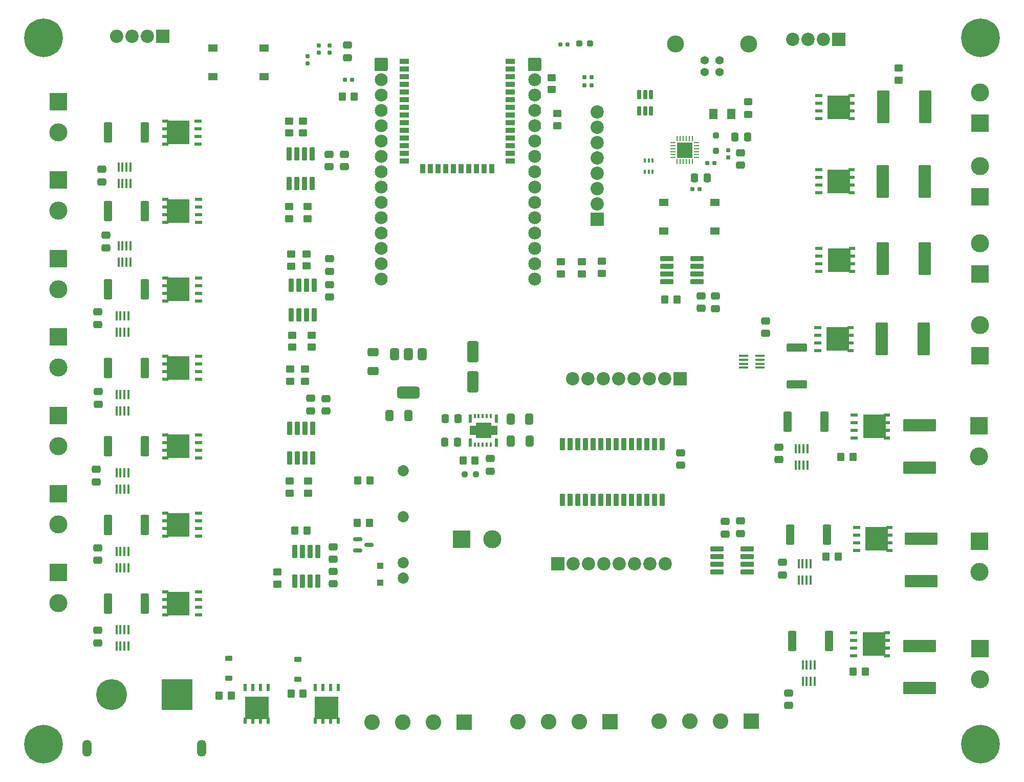
<source format=gbr>
%TF.GenerationSoftware,KiCad,Pcbnew,8.0.1*%
%TF.CreationDate,2026-02-13T23:09:19+01:00*%
%TF.ProjectId,PowerBox2.2 KICAD,506f7765-7242-46f7-9832-2e32204b4943,rev?*%
%TF.SameCoordinates,Original*%
%TF.FileFunction,Soldermask,Top*%
%TF.FilePolarity,Negative*%
%FSLAX46Y46*%
G04 Gerber Fmt 4.6, Leading zero omitted, Abs format (unit mm)*
G04 Created by KiCad (PCBNEW 8.0.1) date 2026-02-13 23:09:19*
%MOMM*%
%LPD*%
G01*
G04 APERTURE LIST*
G04 Aperture macros list*
%AMRoundRect*
0 Rectangle with rounded corners*
0 $1 Rounding radius*
0 $2 $3 $4 $5 $6 $7 $8 $9 X,Y pos of 4 corners*
0 Add a 4 corners polygon primitive as box body*
4,1,4,$2,$3,$4,$5,$6,$7,$8,$9,$2,$3,0*
0 Add four circle primitives for the rounded corners*
1,1,$1+$1,$2,$3*
1,1,$1+$1,$4,$5*
1,1,$1+$1,$6,$7*
1,1,$1+$1,$8,$9*
0 Add four rect primitives between the rounded corners*
20,1,$1+$1,$2,$3,$4,$5,0*
20,1,$1+$1,$4,$5,$6,$7,0*
20,1,$1+$1,$6,$7,$8,$9,0*
20,1,$1+$1,$8,$9,$2,$3,0*%
%AMFreePoly0*
4,1,13,0.750000,1.250000,1.250000,1.250000,1.250000,-1.250000,0.750000,-1.250000,0.750000,-2.300000,-0.750000,-2.300000,-0.750000,-1.250000,-1.250000,-1.250000,-1.250000,1.250000,-0.750000,1.250000,-0.750000,2.300000,0.750000,2.300000,0.750000,1.250000,0.750000,1.250000,$1*%
G04 Aperture macros list end*
%ADD10R,0.610000X1.270000*%
%ADD11R,3.910000X3.810000*%
%ADD12R,0.610000X1.020000*%
%ADD13RoundRect,0.100000X-0.100000X0.225000X-0.100000X-0.225000X0.100000X-0.225000X0.100000X0.225000X0*%
%ADD14RoundRect,0.249999X-0.450001X-1.425001X0.450001X-1.425001X0.450001X1.425001X-0.450001X1.425001X0*%
%ADD15RoundRect,0.162500X-0.162500X0.617500X-0.162500X-0.617500X0.162500X-0.617500X0.162500X0.617500X0*%
%ADD16RoundRect,0.250000X-0.450000X0.350000X-0.450000X-0.350000X0.450000X-0.350000X0.450000X0.350000X0*%
%ADD17R,3.000000X3.000000*%
%ADD18C,3.000000*%
%ADD19RoundRect,0.250000X0.350000X0.450000X-0.350000X0.450000X-0.350000X-0.450000X0.350000X-0.450000X0*%
%ADD20RoundRect,0.250000X0.450000X-0.350000X0.450000X0.350000X-0.450000X0.350000X-0.450000X-0.350000X0*%
%ADD21RoundRect,0.225000X-0.375000X0.225000X-0.375000X-0.225000X0.375000X-0.225000X0.375000X0.225000X0*%
%ADD22RoundRect,0.160000X-0.197500X-0.160000X0.197500X-0.160000X0.197500X0.160000X-0.197500X0.160000X0*%
%ADD23RoundRect,0.155000X-0.155000X0.212500X-0.155000X-0.212500X0.155000X-0.212500X0.155000X0.212500X0*%
%ADD24RoundRect,0.100000X-0.100000X0.680000X-0.100000X-0.680000X0.100000X-0.680000X0.100000X0.680000X0*%
%ADD25C,0.800000*%
%ADD26C,6.400000*%
%ADD27RoundRect,0.250001X-2.474999X0.799999X-2.474999X-0.799999X2.474999X-0.799999X2.474999X0.799999X0*%
%ADD28C,5.120000*%
%ADD29RoundRect,0.102000X-2.458000X-2.458000X2.458000X-2.458000X2.458000X2.458000X-2.458000X2.458000X0*%
%ADD30O,1.504000X2.804000*%
%ADD31R,2.200000X2.200000*%
%ADD32C,2.200000*%
%ADD33RoundRect,0.155000X0.155000X-0.212500X0.155000X0.212500X-0.155000X0.212500X-0.155000X-0.212500X0*%
%ADD34RoundRect,0.050000X-0.200000X0.650000X-0.200000X-0.650000X0.200000X-0.650000X0.200000X0.650000X0*%
%ADD35RoundRect,0.050050X-0.124950X0.299950X-0.124950X-0.299950X0.124950X-0.299950X0.124950X0.299950X0*%
%ADD36C,0.500000*%
%ADD37FreePoly0,270.000000*%
%ADD38RoundRect,0.250000X0.300000X-0.300000X0.300000X0.300000X-0.300000X0.300000X-0.300000X-0.300000X0*%
%ADD39RoundRect,0.250000X-0.412500X-0.650000X0.412500X-0.650000X0.412500X0.650000X-0.412500X0.650000X0*%
%ADD40RoundRect,0.056280X-0.345720X1.030720X-0.345720X-1.030720X0.345720X-1.030720X0.345720X1.030720X0*%
%ADD41RoundRect,0.250000X-0.475000X0.337500X-0.475000X-0.337500X0.475000X-0.337500X0.475000X0.337500X0*%
%ADD42RoundRect,0.250000X-0.650000X1.500000X-0.650000X-1.500000X0.650000X-1.500000X0.650000X1.500000X0*%
%ADD43RoundRect,0.160000X0.197500X0.160000X-0.197500X0.160000X-0.197500X-0.160000X0.197500X-0.160000X0*%
%ADD44R,1.270000X0.610000*%
%ADD45R,3.810000X3.910000*%
%ADD46R,1.020000X0.610000*%
%ADD47RoundRect,0.250000X0.475000X-0.337500X0.475000X0.337500X-0.475000X0.337500X-0.475000X-0.337500X0*%
%ADD48RoundRect,0.250000X-0.350000X-0.450000X0.350000X-0.450000X0.350000X0.450000X-0.350000X0.450000X0*%
%ADD49RoundRect,0.056280X-1.030720X-0.345720X1.030720X-0.345720X1.030720X0.345720X-1.030720X0.345720X0*%
%ADD50RoundRect,0.250000X-0.650000X0.412500X-0.650000X-0.412500X0.650000X-0.412500X0.650000X0.412500X0*%
%ADD51RoundRect,0.250001X0.799999X2.474999X-0.799999X2.474999X-0.799999X-2.474999X0.799999X-2.474999X0*%
%ADD52R,1.550000X1.300000*%
%ADD53RoundRect,0.249999X0.450001X1.425001X-0.450001X1.425001X-0.450001X-1.425001X0.450001X-1.425001X0*%
%ADD54RoundRect,0.250000X0.337500X0.475000X-0.337500X0.475000X-0.337500X-0.475000X0.337500X-0.475000X0*%
%ADD55RoundRect,0.375000X-0.375000X0.625000X-0.375000X-0.625000X0.375000X-0.625000X0.375000X0.625000X0*%
%ADD56RoundRect,0.500000X-1.400000X0.500000X-1.400000X-0.500000X1.400000X-0.500000X1.400000X0.500000X0*%
%ADD57C,1.422400*%
%ADD58C,2.819400*%
%ADD59RoundRect,0.155000X-0.212500X-0.155000X0.212500X-0.155000X0.212500X0.155000X-0.212500X0.155000X0*%
%ADD60RoundRect,0.160000X-0.160000X0.197500X-0.160000X-0.197500X0.160000X-0.197500X0.160000X0.197500X0*%
%ADD61RoundRect,0.062500X0.062500X-0.350000X0.062500X0.350000X-0.062500X0.350000X-0.062500X-0.350000X0*%
%ADD62RoundRect,0.062500X0.350000X-0.062500X0.350000X0.062500X-0.350000X0.062500X-0.350000X-0.062500X0*%
%ADD63R,2.600000X2.600000*%
%ADD64RoundRect,0.102000X-0.965000X-0.965000X0.965000X-0.965000X0.965000X0.965000X-0.965000X0.965000X0*%
%ADD65C,2.134000*%
%ADD66RoundRect,0.120600X-0.281400X0.936400X-0.281400X-0.936400X0.281400X-0.936400X0.281400X0.936400X0*%
%ADD67RoundRect,0.250000X-0.337500X-0.475000X0.337500X-0.475000X0.337500X0.475000X-0.337500X0.475000X0*%
%ADD68RoundRect,0.249999X-1.425001X0.450001X-1.425001X-0.450001X1.425001X-0.450001X1.425001X0.450001X0*%
%ADD69C,2.600000*%
%ADD70RoundRect,0.250000X0.250000X-0.250000X0.250000X0.250000X-0.250000X0.250000X-0.250000X-0.250000X0*%
%ADD71RoundRect,0.250000X0.412500X0.650000X-0.412500X0.650000X-0.412500X-0.650000X0.412500X-0.650000X0*%
%ADD72RoundRect,0.237500X0.287500X0.237500X-0.287500X0.237500X-0.287500X-0.237500X0.287500X-0.237500X0*%
%ADD73RoundRect,0.250001X0.462499X0.624999X-0.462499X0.624999X-0.462499X-0.624999X0.462499X-0.624999X0*%
%ADD74RoundRect,0.237500X0.250000X0.237500X-0.250000X0.237500X-0.250000X-0.237500X0.250000X-0.237500X0*%
%ADD75RoundRect,0.250000X-0.450000X0.325000X-0.450000X-0.325000X0.450000X-0.325000X0.450000X0.325000X0*%
%ADD76RoundRect,0.100000X0.680000X0.100000X-0.680000X0.100000X-0.680000X-0.100000X0.680000X-0.100000X0*%
%ADD77C,1.854000*%
%ADD78R,1.500000X0.900000*%
%ADD79R,0.900000X1.500000*%
%ADD80RoundRect,0.150000X-0.587500X-0.150000X0.587500X-0.150000X0.587500X0.150000X-0.587500X0.150000X0*%
G04 APERTURE END LIST*
D10*
%TO.C,Q15*%
X125710000Y-154635000D03*
X124440000Y-154635000D03*
X123170000Y-154635000D03*
X121900000Y-154635000D03*
D11*
X123805000Y-157995000D03*
D12*
X125710000Y-160100000D03*
X124440000Y-160100000D03*
X123170000Y-160100000D03*
X121900000Y-160100000D03*
%TD*%
D10*
%TO.C,Q3*%
X114170000Y-154625000D03*
X112900000Y-154625000D03*
X111630000Y-154625000D03*
X110360000Y-154625000D03*
D11*
X112265000Y-157985000D03*
D12*
X114170000Y-160090000D03*
X112900000Y-160090000D03*
X111630000Y-160090000D03*
X110360000Y-160090000D03*
%TD*%
D13*
%TO.C,Q14*%
X177750000Y-67312500D03*
X177100000Y-67312500D03*
X176450000Y-67312500D03*
X176450000Y-69212500D03*
X177100000Y-69212500D03*
X177750000Y-69212500D03*
%TD*%
D14*
%TO.C,R8*%
X87600000Y-75695000D03*
X93700000Y-75695000D03*
%TD*%
D15*
%TO.C,U13*%
X177450000Y-56412500D03*
X176500000Y-56412500D03*
X175550000Y-56412500D03*
X175550000Y-59112500D03*
X176500000Y-59112500D03*
X177450000Y-59112500D03*
%TD*%
D14*
%TO.C,R14*%
X87600000Y-101695000D03*
X93700000Y-101695000D03*
%TD*%
D16*
%TO.C,R53*%
X117979000Y-82816000D03*
X117979000Y-84816000D03*
%TD*%
D17*
%TO.C,J12*%
X79400000Y-96560000D03*
D18*
X79400000Y-101640000D03*
%TD*%
D16*
%TO.C,R61*%
X115650000Y-135500000D03*
X115650000Y-137500000D03*
%TD*%
D19*
%TO.C,R12*%
X212900000Y-152000000D03*
X210900000Y-152000000D03*
%TD*%
D20*
%TO.C,R41*%
X117614000Y-62800000D03*
X117614000Y-60800000D03*
%TD*%
D21*
%TO.C,D2*%
X107600000Y-149800000D03*
X107600000Y-153100000D03*
%TD*%
D14*
%TO.C,R16*%
X200476000Y-129301000D03*
X206576000Y-129301000D03*
%TD*%
D22*
%TO.C,R37*%
X162452500Y-48100000D03*
X163647500Y-48100000D03*
%TD*%
D16*
%TO.C,R11*%
X162600000Y-84100000D03*
X162600000Y-86100000D03*
%TD*%
%TO.C,R52*%
X120519000Y-82800000D03*
X120519000Y-84800000D03*
%TD*%
D23*
%TO.C,C50*%
X124300000Y-48315000D03*
X124300000Y-49450000D03*
%TD*%
D24*
%TO.C,U10*%
X91010000Y-132095000D03*
X90360000Y-132095000D03*
X89700000Y-132095000D03*
X89050000Y-132095000D03*
X89050000Y-134795000D03*
X89700000Y-134795000D03*
X90360000Y-134795000D03*
X91010000Y-134795000D03*
%TD*%
D25*
%TO.C,H6*%
X229600000Y-47000000D03*
X230302944Y-45302944D03*
X230302944Y-48697056D03*
X232000000Y-44600000D03*
D26*
X232000000Y-47000000D03*
D25*
X232000000Y-49400000D03*
X233697056Y-45302944D03*
X233697056Y-48697056D03*
X234400000Y-47000000D03*
%TD*%
D17*
%TO.C,J7*%
X231900000Y-99700000D03*
D18*
X231900000Y-94620000D03*
%TD*%
D16*
%TO.C,R46*%
X120240000Y-101900000D03*
X120240000Y-103900000D03*
%TD*%
D27*
%TO.C,F1*%
X221900000Y-147725000D03*
X221900000Y-154675000D03*
%TD*%
D28*
%TO.C,J24*%
X88200000Y-155800000D03*
D29*
X99100000Y-155800000D03*
D30*
X103100000Y-164700000D03*
X84200000Y-164700000D03*
%TD*%
D31*
%TO.C,J6*%
X96650000Y-46750000D03*
D32*
X94110000Y-46750000D03*
X91570000Y-46750000D03*
X89030000Y-46750000D03*
%TD*%
D33*
%TO.C,C39*%
X120650000Y-51217500D03*
X120650000Y-50082500D03*
%TD*%
D17*
%TO.C,J13*%
X79400000Y-83560000D03*
D18*
X79400000Y-88640000D03*
%TD*%
D24*
%TO.C,U16*%
X91010000Y-145095000D03*
X90360000Y-145095000D03*
X89700000Y-145095000D03*
X89050000Y-145095000D03*
X89050000Y-147795000D03*
X89700000Y-147795000D03*
X90360000Y-147795000D03*
X91010000Y-147795000D03*
%TD*%
D34*
%TO.C,U22*%
X151895000Y-110050000D03*
D35*
X150920000Y-109700000D03*
X150270000Y-109700000D03*
X149620000Y-109700000D03*
X148970000Y-109700000D03*
X148320000Y-109700000D03*
D34*
X147595000Y-110050000D03*
X147595000Y-114050000D03*
D35*
X148320000Y-114400000D03*
X148970000Y-114400000D03*
X149620000Y-114400000D03*
X150270000Y-114400000D03*
X150920000Y-114400000D03*
D34*
X151895000Y-114050000D03*
D36*
X150700000Y-111100000D03*
X149750000Y-111100000D03*
X148800000Y-111100000D03*
X151650000Y-112050000D03*
X150700000Y-112050000D03*
X149750000Y-112050000D03*
D37*
X149750000Y-112050000D03*
D36*
X148800000Y-112050000D03*
X147850000Y-112050000D03*
X150700000Y-113000000D03*
X149750000Y-113000000D03*
X148800000Y-113000000D03*
%TD*%
D17*
%TO.C,J17*%
X79400000Y-135560000D03*
D18*
X79400000Y-140640000D03*
%TD*%
D17*
%TO.C,J19*%
X231900000Y-73324000D03*
D18*
X231900000Y-68244000D03*
%TD*%
D38*
%TO.C,D5*%
X132650000Y-137250000D03*
X132650000Y-134450000D03*
%TD*%
D39*
%TO.C,C3*%
X154237500Y-113850000D03*
X157362500Y-113850000D03*
%TD*%
D17*
%TO.C,J3*%
X231838000Y-130385000D03*
D18*
X231838000Y-135465000D03*
%TD*%
D40*
%TO.C,U20*%
X121424000Y-66191000D03*
X120154000Y-66191000D03*
X118884000Y-66191000D03*
X117614000Y-66191000D03*
X117614000Y-71131000D03*
X118884000Y-71131000D03*
X120154000Y-71131000D03*
X121424000Y-71131000D03*
%TD*%
D41*
%TO.C,C30*%
X185750000Y-89750000D03*
X185750000Y-91825000D03*
%TD*%
D23*
%TO.C,C52*%
X190250000Y-65677500D03*
X190250000Y-66812500D03*
%TD*%
D42*
%TO.C,D6*%
X148000000Y-99000000D03*
X148000000Y-104000000D03*
%TD*%
D20*
%TO.C,R48*%
X120748000Y-122454000D03*
X120748000Y-120454000D03*
%TD*%
D43*
%TO.C,R36*%
X167650000Y-53550000D03*
X166455000Y-53550000D03*
%TD*%
D44*
%TO.C,Q17*%
X205230000Y-81895000D03*
X205230000Y-83165000D03*
X205230000Y-84435000D03*
X205230000Y-85705000D03*
D45*
X208590000Y-83800000D03*
D46*
X210695000Y-81895000D03*
X210695000Y-83165000D03*
X210695000Y-84435000D03*
X210695000Y-85705000D03*
%TD*%
D41*
%TO.C,C16*%
X85700000Y-118500000D03*
X85700000Y-120575000D03*
%TD*%
D47*
%TO.C,C34*%
X123700000Y-108825000D03*
X123700000Y-106750000D03*
%TD*%
D48*
%TO.C,R28*%
X128950000Y-120350000D03*
X130950000Y-120350000D03*
%TD*%
D44*
%TO.C,Q10*%
X102600000Y-116600000D03*
X102600000Y-115330000D03*
X102600000Y-114060000D03*
X102600000Y-112790000D03*
D45*
X99240000Y-114695000D03*
D46*
X97135000Y-116600000D03*
X97135000Y-115330000D03*
X97135000Y-114060000D03*
X97135000Y-112790000D03*
%TD*%
D25*
%TO.C,H8*%
X229600000Y-164000000D03*
X230302944Y-162302944D03*
X230302944Y-165697056D03*
X232000000Y-161600000D03*
D26*
X232000000Y-164000000D03*
D25*
X232000000Y-166400000D03*
X233697056Y-162302944D03*
X233697056Y-165697056D03*
X234400000Y-164000000D03*
%TD*%
D41*
%TO.C,C19*%
X199250000Y-133912500D03*
X199250000Y-135987500D03*
%TD*%
D31*
%TO.C,J9*%
X168550000Y-77050000D03*
D32*
X168550000Y-74510000D03*
X168550000Y-71970000D03*
X168550000Y-69430000D03*
X168550000Y-66890000D03*
X168550000Y-64350000D03*
X168550000Y-61810000D03*
X168550000Y-59270000D03*
%TD*%
D44*
%TO.C,Q6*%
X102570000Y-64600000D03*
X102570000Y-63330000D03*
X102570000Y-62060000D03*
X102570000Y-60790000D03*
D45*
X99210000Y-62695000D03*
D46*
X97105000Y-64600000D03*
X97105000Y-63330000D03*
X97105000Y-62060000D03*
X97105000Y-60790000D03*
%TD*%
D49*
%TO.C,U1*%
X188410000Y-131670000D03*
X188410000Y-132940000D03*
X188410000Y-134210000D03*
X188410000Y-135480000D03*
X193350000Y-135480000D03*
X193350000Y-134210000D03*
X193350000Y-132940000D03*
X193350000Y-131670000D03*
%TD*%
D41*
%TO.C,C22*%
X124329000Y-87902999D03*
X124329000Y-89977999D03*
%TD*%
D24*
%TO.C,U18*%
X203860000Y-134100000D03*
X203210000Y-134100000D03*
X202550000Y-134100000D03*
X201900000Y-134100000D03*
X201900000Y-136800000D03*
X202550000Y-136800000D03*
X203210000Y-136800000D03*
X203860000Y-136800000D03*
%TD*%
D41*
%TO.C,C8*%
X85900000Y-92400000D03*
X85900000Y-94475000D03*
%TD*%
%TO.C,C44*%
X127250000Y-48225000D03*
X127250000Y-50300000D03*
%TD*%
D50*
%TO.C,C56*%
X131500000Y-99087500D03*
X131500000Y-102212500D03*
%TD*%
D47*
%TO.C,C37*%
X196400000Y-95975000D03*
X196400000Y-93900000D03*
%TD*%
D43*
%TO.C,R2*%
X127994500Y-53975000D03*
X126799500Y-53975000D03*
%TD*%
D16*
%TO.C,R21*%
X169300000Y-84050000D03*
X169300000Y-86050000D03*
%TD*%
D47*
%TO.C,C4*%
X87250000Y-81787500D03*
X87250000Y-79712500D03*
%TD*%
D21*
%TO.C,D3*%
X119000000Y-150000000D03*
X119000000Y-153300000D03*
%TD*%
D51*
%TO.C,F3*%
X222883000Y-58465000D03*
X215933000Y-58465000D03*
%TD*%
D52*
%TO.C,SW2*%
X113447000Y-53431000D03*
X104972000Y-53431000D03*
X113447000Y-48681000D03*
X104972000Y-48681000D03*
%TD*%
D17*
%TO.C,J14*%
X79400000Y-122560000D03*
D18*
X79400000Y-127640000D03*
%TD*%
D53*
%TO.C,R18*%
X206179000Y-110623000D03*
X200079000Y-110623000D03*
%TD*%
D54*
%TO.C,C7*%
X145450000Y-113975000D03*
X143375000Y-113975000D03*
%TD*%
D41*
%TO.C,C29*%
X188150000Y-89787500D03*
X188150000Y-91862500D03*
%TD*%
D51*
%TO.C,F6*%
X222756000Y-83611000D03*
X215806000Y-83611000D03*
%TD*%
D44*
%TO.C,Q16*%
X205200000Y-56590000D03*
X205200000Y-57860000D03*
X205200000Y-59130000D03*
X205200000Y-60400000D03*
D45*
X208560000Y-58495000D03*
D46*
X210665000Y-56590000D03*
X210665000Y-57860000D03*
X210665000Y-59130000D03*
X210665000Y-60400000D03*
%TD*%
D44*
%TO.C,Q8*%
X102600000Y-90600000D03*
X102600000Y-89330000D03*
X102600000Y-88060000D03*
X102600000Y-86790000D03*
D45*
X99240000Y-88695000D03*
D46*
X97135000Y-90600000D03*
X97135000Y-89330000D03*
X97135000Y-88060000D03*
X97135000Y-86790000D03*
%TD*%
D48*
%TO.C,R33*%
X146375000Y-117000000D03*
X148375000Y-117000000D03*
%TD*%
D55*
%TO.C,U15*%
X139650000Y-99450000D03*
X137350000Y-99450000D03*
D56*
X137350000Y-105750000D03*
D55*
X135050000Y-99450000D03*
%TD*%
D44*
%TO.C,Q7*%
X102600000Y-103600000D03*
X102600000Y-102330000D03*
X102600000Y-101060000D03*
X102600000Y-99790000D03*
D45*
X99240000Y-101695000D03*
D46*
X97135000Y-103600000D03*
X97135000Y-102330000D03*
X97135000Y-101060000D03*
X97135000Y-99790000D03*
%TD*%
D24*
%TO.C,U4*%
X91340000Y-68445000D03*
X90690000Y-68445000D03*
X90030000Y-68445000D03*
X89380000Y-68445000D03*
X89380000Y-71145000D03*
X90030000Y-71145000D03*
X90690000Y-71145000D03*
X91340000Y-71145000D03*
%TD*%
D41*
%TO.C,C26*%
X126758000Y-66283500D03*
X126758000Y-68358500D03*
%TD*%
D24*
%TO.C,U3*%
X91340000Y-84145000D03*
X90690000Y-84145000D03*
X90030000Y-84145000D03*
X89380000Y-84145000D03*
X89380000Y-81445000D03*
X90030000Y-81445000D03*
X90690000Y-81445000D03*
X91340000Y-81445000D03*
%TD*%
D44*
%TO.C,Q4*%
X205200000Y-68895000D03*
X205200000Y-70165000D03*
X205200000Y-71435000D03*
X205200000Y-72705000D03*
D45*
X208560000Y-70800000D03*
D46*
X210665000Y-68895000D03*
X210665000Y-70165000D03*
X210665000Y-71435000D03*
X210665000Y-72705000D03*
%TD*%
D17*
%TO.C,J18*%
X231900000Y-61132000D03*
D18*
X231900000Y-56052000D03*
%TD*%
D17*
%TO.C,J23*%
X79400000Y-70560000D03*
D18*
X79400000Y-75640000D03*
%TD*%
D47*
%TO.C,C35*%
X121150000Y-108787500D03*
X121150000Y-106712500D03*
%TD*%
D40*
%TO.C,U26*%
X121789000Y-87972999D03*
X120519000Y-87972999D03*
X119249000Y-87972999D03*
X117979000Y-87972999D03*
X117979000Y-92912999D03*
X119249000Y-92912999D03*
X120519000Y-92912999D03*
X121789000Y-92912999D03*
%TD*%
D44*
%TO.C,Q2*%
X211068000Y-109480000D03*
X211068000Y-110750000D03*
X211068000Y-112020000D03*
X211068000Y-113290000D03*
D45*
X214428000Y-111385000D03*
D46*
X216533000Y-109480000D03*
X216533000Y-110750000D03*
X216533000Y-112020000D03*
X216533000Y-113290000D03*
%TD*%
D48*
%TO.C,R1*%
X126381000Y-56769000D03*
X128381000Y-56769000D03*
%TD*%
D57*
%TO.C,J22*%
X186319998Y-52710000D03*
X188819998Y-52710000D03*
X188819998Y-50709999D03*
X186319998Y-50709999D03*
D58*
X193589996Y-48000000D03*
X181550000Y-48000000D03*
%TD*%
D59*
%TO.C,C55*%
X184350000Y-72112500D03*
X185485000Y-72112500D03*
%TD*%
D48*
%TO.C,R27*%
X128900000Y-127400000D03*
X130900000Y-127400000D03*
%TD*%
D52*
%TO.C,SW1*%
X179600000Y-74250000D03*
X188075000Y-74250000D03*
X179600000Y-79000000D03*
X188075000Y-79000000D03*
%TD*%
D19*
%TO.C,R19*%
X119900000Y-155600000D03*
X117900000Y-155600000D03*
%TD*%
D20*
%TO.C,R55*%
X118100000Y-98250000D03*
X118100000Y-96250000D03*
%TD*%
D27*
%TO.C,F4*%
X221900000Y-111225000D03*
X221900000Y-118175000D03*
%TD*%
D41*
%TO.C,C53*%
X192250000Y-66025000D03*
X192250000Y-68100000D03*
%TD*%
D16*
%TO.C,R47*%
X117800000Y-101900000D03*
X117800000Y-103900000D03*
%TD*%
D14*
%TO.C,R9*%
X87600000Y-62695000D03*
X93700000Y-62695000D03*
%TD*%
D60*
%TO.C,R24*%
X122550000Y-48305000D03*
X122550000Y-49500000D03*
%TD*%
D17*
%TO.C,J2*%
X79400000Y-57560000D03*
D18*
X79400000Y-62640000D03*
%TD*%
D27*
%TO.C,F2*%
X222200000Y-130025000D03*
X222200000Y-136975000D03*
%TD*%
D24*
%TO.C,U7*%
X91010000Y-93095000D03*
X90360000Y-93095000D03*
X89700000Y-93095000D03*
X89050000Y-93095000D03*
X89050000Y-95795000D03*
X89700000Y-95795000D03*
X90360000Y-95795000D03*
X91010000Y-95795000D03*
%TD*%
D20*
%TO.C,R6*%
X161000000Y-55590000D03*
X161000000Y-53590000D03*
%TD*%
D24*
%TO.C,U11*%
X91010000Y-119095000D03*
X90360000Y-119095000D03*
X89700000Y-119095000D03*
X89050000Y-119095000D03*
X89050000Y-121795000D03*
X89700000Y-121795000D03*
X90360000Y-121795000D03*
X91010000Y-121795000D03*
%TD*%
D61*
%TO.C,U14*%
X181800000Y-67537500D03*
X182300000Y-67537500D03*
X182800000Y-67537500D03*
X183300000Y-67537500D03*
X183800000Y-67537500D03*
X184300000Y-67537500D03*
D62*
X184987500Y-66850000D03*
X184987500Y-66350000D03*
X184987500Y-65850000D03*
X184987500Y-65350000D03*
X184987500Y-64850000D03*
X184987500Y-64350000D03*
D61*
X184300000Y-63662500D03*
X183800000Y-63662500D03*
X183300000Y-63662500D03*
X182800000Y-63662500D03*
X182300000Y-63662500D03*
X181800000Y-63662500D03*
D62*
X181112500Y-64350000D03*
X181112500Y-64850000D03*
X181112500Y-65350000D03*
X181112500Y-65850000D03*
X181112500Y-66350000D03*
X181112500Y-66850000D03*
D63*
X183050000Y-65600000D03*
%TD*%
D41*
%TO.C,C32*%
X124850000Y-131337500D03*
X124850000Y-133412500D03*
%TD*%
%TO.C,C21*%
X198600000Y-114825000D03*
X198600000Y-116900000D03*
%TD*%
D31*
%TO.C,J11*%
X182310000Y-103450000D03*
D32*
X179770000Y-103450000D03*
X177230000Y-103450000D03*
X174690000Y-103450000D03*
X172150000Y-103450000D03*
X169610000Y-103450000D03*
X167070000Y-103450000D03*
X164530000Y-103450000D03*
%TD*%
D43*
%TO.C,R35*%
X167647500Y-54850000D03*
X166452500Y-54850000D03*
%TD*%
D16*
%TO.C,R40*%
X119900000Y-60800000D03*
X119900000Y-62800000D03*
%TD*%
D48*
%TO.C,R13*%
X208900000Y-116400000D03*
X210900000Y-116400000D03*
%TD*%
D44*
%TO.C,Q1*%
X211010000Y-145533000D03*
X211010000Y-146803000D03*
X211010000Y-148073000D03*
X211010000Y-149343000D03*
D45*
X214370000Y-147438000D03*
D46*
X216475000Y-145533000D03*
X216475000Y-146803000D03*
X216475000Y-148073000D03*
X216475000Y-149343000D03*
%TD*%
D40*
%TO.C,U29*%
X122320000Y-132085000D03*
X121050000Y-132085000D03*
X119780000Y-132085000D03*
X118510000Y-132085000D03*
X118510000Y-137025000D03*
X119780000Y-137025000D03*
X121050000Y-137025000D03*
X122320000Y-137025000D03*
%TD*%
D51*
%TO.C,F7*%
X222575000Y-96900000D03*
X215625000Y-96900000D03*
%TD*%
D64*
%TO.C,U6*%
X132800000Y-51400000D03*
D65*
X132800000Y-53940000D03*
X132800000Y-56480000D03*
X132800000Y-59020000D03*
X132800000Y-61560000D03*
X132800000Y-64100000D03*
X132800000Y-66640000D03*
X132800000Y-69180000D03*
X132800000Y-71720000D03*
X132800000Y-74260000D03*
X132800000Y-76800000D03*
X132800000Y-79340000D03*
X132800000Y-81880000D03*
X132800000Y-84420000D03*
X132800000Y-86960000D03*
X158200000Y-86960000D03*
X158200000Y-84420000D03*
X158200000Y-81880000D03*
X158200000Y-79340000D03*
X158200000Y-76800000D03*
X158200000Y-74260000D03*
X158200000Y-71720000D03*
X158200000Y-69180000D03*
X158200000Y-66640000D03*
X158200000Y-64100000D03*
X158200000Y-61560000D03*
X158200000Y-59020000D03*
X158200000Y-56480000D03*
X158200000Y-53940000D03*
D64*
X158200000Y-51400000D03*
%TD*%
D19*
%TO.C,R3*%
X181750000Y-90387500D03*
X179750000Y-90387500D03*
%TD*%
D41*
%TO.C,C10*%
X86000000Y-105600000D03*
X86000000Y-107675000D03*
%TD*%
D66*
%TO.C,U8*%
X179320000Y-114330000D03*
X178050000Y-114330000D03*
X176780000Y-114330000D03*
X175510000Y-114330000D03*
X174240000Y-114330000D03*
X172970000Y-114330000D03*
X171700000Y-114330000D03*
X170430000Y-114330000D03*
X169160000Y-114330000D03*
X167890000Y-114330000D03*
X166620000Y-114330000D03*
X165350000Y-114330000D03*
X164080000Y-114330000D03*
X162810000Y-114330000D03*
X162810000Y-123550000D03*
X164080000Y-123550000D03*
X165350000Y-123550000D03*
X166620000Y-123550000D03*
X167890000Y-123550000D03*
X169160000Y-123550000D03*
X170430000Y-123550000D03*
X171700000Y-123550000D03*
X172970000Y-123550000D03*
X174240000Y-123550000D03*
X175510000Y-123550000D03*
X176780000Y-123550000D03*
X178050000Y-123550000D03*
X179320000Y-123550000D03*
%TD*%
D67*
%TO.C,C51*%
X191375000Y-63412500D03*
X193450000Y-63412500D03*
%TD*%
D68*
%TO.C,R32*%
X201600000Y-98350000D03*
X201600000Y-104450000D03*
%TD*%
D16*
%TO.C,R5*%
X161925000Y-59579000D03*
X161925000Y-61579000D03*
%TD*%
D44*
%TO.C,Q9*%
X102600000Y-129600000D03*
X102600000Y-128330000D03*
X102600000Y-127060000D03*
X102600000Y-125790000D03*
D45*
X99240000Y-127695000D03*
D46*
X97135000Y-129600000D03*
X97135000Y-128330000D03*
X97135000Y-127060000D03*
X97135000Y-125790000D03*
%TD*%
D40*
%TO.C,U23*%
X121510000Y-111704000D03*
X120240000Y-111704000D03*
X118970000Y-111704000D03*
X117700000Y-111704000D03*
X117700000Y-116644000D03*
X118970000Y-116644000D03*
X120240000Y-116644000D03*
X121510000Y-116644000D03*
%TD*%
D63*
%TO.C,J16*%
X170680000Y-160300000D03*
D69*
X165600000Y-160300000D03*
X160520000Y-160300000D03*
X155440000Y-160300000D03*
%TD*%
D41*
%TO.C,C20*%
X200200000Y-155525000D03*
X200200000Y-157600000D03*
%TD*%
D20*
%TO.C,R30*%
X218400000Y-54000000D03*
X218400000Y-52000000D03*
%TD*%
%TO.C,R49*%
X117700000Y-122454000D03*
X117700000Y-120454000D03*
%TD*%
D51*
%TO.C,F5*%
X222756000Y-70784000D03*
X215806000Y-70784000D03*
%TD*%
D47*
%TO.C,C28*%
X192300000Y-129137500D03*
X192300000Y-127062500D03*
%TD*%
D44*
%TO.C,Q13*%
X211460000Y-128099000D03*
X211460000Y-129369000D03*
X211460000Y-130639000D03*
X211460000Y-131909000D03*
D45*
X214820000Y-130004000D03*
D46*
X216925000Y-128099000D03*
X216925000Y-129369000D03*
X216925000Y-130639000D03*
X216925000Y-131909000D03*
%TD*%
D53*
%TO.C,R15*%
X93700000Y-88695000D03*
X87600000Y-88695000D03*
%TD*%
D41*
%TO.C,C6*%
X86600000Y-68800000D03*
X86600000Y-70875000D03*
%TD*%
D47*
%TO.C,C23*%
X182341000Y-117797500D03*
X182341000Y-115722500D03*
%TD*%
D70*
%TO.C,D4*%
X188250000Y-65712500D03*
X188250000Y-63212500D03*
%TD*%
D71*
%TO.C,C38*%
X137312500Y-109550000D03*
X134187500Y-109550000D03*
%TD*%
D72*
%TO.C,D1*%
X167375000Y-47900000D03*
X165625000Y-47900000D03*
%TD*%
D41*
%TO.C,C12*%
X85900000Y-145162500D03*
X85900000Y-147237500D03*
%TD*%
D31*
%TO.C,J25*%
X208575000Y-47250000D03*
D32*
X206035000Y-47250000D03*
X203495000Y-47250000D03*
X200955000Y-47250000D03*
%TD*%
D73*
%TO.C,F9*%
X190737500Y-59612500D03*
X187762500Y-59612500D03*
%TD*%
D53*
%TO.C,R17*%
X206948500Y-146900000D03*
X200848500Y-146900000D03*
%TD*%
D74*
%TO.C,R34*%
X148462500Y-119275000D03*
X146637500Y-119275000D03*
%TD*%
D41*
%TO.C,C18*%
X85900000Y-131500000D03*
X85900000Y-133575000D03*
%TD*%
D44*
%TO.C,Q12*%
X102600000Y-142600000D03*
X102600000Y-141330000D03*
X102600000Y-140060000D03*
X102600000Y-138790000D03*
D45*
X99240000Y-140695000D03*
D46*
X97135000Y-142600000D03*
X97135000Y-141330000D03*
X97135000Y-140060000D03*
X97135000Y-138790000D03*
%TD*%
D17*
%TO.C,J20*%
X231900000Y-86151000D03*
D18*
X231900000Y-81071000D03*
%TD*%
D31*
%TO.C,J10*%
X162070000Y-134100000D03*
D32*
X164610000Y-134100000D03*
X167150000Y-134100000D03*
X169690000Y-134100000D03*
X172230000Y-134100000D03*
X174770000Y-134100000D03*
X177310000Y-134100000D03*
X179850000Y-134100000D03*
%TD*%
D49*
%TO.C,U2*%
X180110000Y-83617500D03*
X180110000Y-84887500D03*
X180110000Y-86157500D03*
X180110000Y-87427500D03*
X185050000Y-87427500D03*
X185050000Y-86157500D03*
X185050000Y-84887500D03*
X185050000Y-83617500D03*
%TD*%
D22*
%TO.C,R29*%
X186752500Y-67762500D03*
X187947500Y-67762500D03*
%TD*%
D41*
%TO.C,C25*%
X124218000Y-66283500D03*
X124218000Y-68358500D03*
%TD*%
D24*
%TO.C,U19*%
X204550500Y-150899500D03*
X203900500Y-150899500D03*
X203240500Y-150899500D03*
X202590500Y-150899500D03*
X202590500Y-153599500D03*
X203240500Y-153599500D03*
X203900500Y-153599500D03*
X204550500Y-153599500D03*
%TD*%
D20*
%TO.C,R54*%
X121300000Y-98250000D03*
X121300000Y-96250000D03*
%TD*%
%TO.C,R42*%
X120662000Y-76941000D03*
X120662000Y-74941000D03*
%TD*%
D47*
%TO.C,C27*%
X189700000Y-129187500D03*
X189700000Y-127112500D03*
%TD*%
D20*
%TO.C,R44*%
X117614000Y-76941000D03*
X117614000Y-74941000D03*
%TD*%
D75*
%TO.C,FB2*%
X193550000Y-57625000D03*
X193550000Y-59675000D03*
%TD*%
D17*
%TO.C,J4*%
X231900000Y-148200000D03*
D18*
X231900000Y-153280000D03*
%TD*%
D39*
%TO.C,C2*%
X154225000Y-110200000D03*
X157350000Y-110200000D03*
%TD*%
D53*
%TO.C,R22*%
X93700000Y-114695000D03*
X87600000Y-114695000D03*
%TD*%
%TO.C,R20*%
X93700000Y-140695000D03*
X87600000Y-140695000D03*
%TD*%
D63*
%TO.C,J21*%
X146530000Y-160400000D03*
D69*
X141450000Y-160400000D03*
X136370000Y-160400000D03*
X131290000Y-160400000D03*
%TD*%
D44*
%TO.C,Q18*%
X205025000Y-94995000D03*
X205025000Y-96265000D03*
X205025000Y-97535000D03*
X205025000Y-98805000D03*
D45*
X208385000Y-96900000D03*
D46*
X210490000Y-94995000D03*
X210490000Y-96265000D03*
X210490000Y-97535000D03*
X210490000Y-98805000D03*
%TD*%
D25*
%TO.C,H7*%
X74600000Y-164000000D03*
X75302944Y-162302944D03*
X75302944Y-165697056D03*
X77000000Y-161600000D03*
D26*
X77000000Y-164000000D03*
D25*
X77000000Y-166400000D03*
X78697056Y-162302944D03*
X78697056Y-165697056D03*
X79400000Y-164000000D03*
%TD*%
D24*
%TO.C,U5*%
X91010000Y-106095000D03*
X90360000Y-106095000D03*
X89700000Y-106095000D03*
X89050000Y-106095000D03*
X89050000Y-108795000D03*
X89700000Y-108795000D03*
X90360000Y-108795000D03*
X91010000Y-108795000D03*
%TD*%
D67*
%TO.C,C54*%
X184657000Y-70211500D03*
X186732000Y-70211500D03*
%TD*%
D76*
%TO.C,U17*%
X195500000Y-101660000D03*
X195500000Y-101010000D03*
X195500000Y-100350000D03*
X195500000Y-99700000D03*
X192800000Y-99700000D03*
X192800000Y-100350000D03*
X192800000Y-101010000D03*
X192800000Y-101660000D03*
%TD*%
D24*
%TO.C,U21*%
X203364000Y-115058000D03*
X202714000Y-115058000D03*
X202054000Y-115058000D03*
X201404000Y-115058000D03*
X201404000Y-117758000D03*
X202054000Y-117758000D03*
X202714000Y-117758000D03*
X203364000Y-117758000D03*
%TD*%
D47*
%TO.C,C33*%
X124850000Y-137450000D03*
X124850000Y-135375000D03*
%TD*%
%TO.C,C24*%
X124320000Y-85670500D03*
X124320000Y-83595500D03*
%TD*%
D77*
%TO.C,K1*%
X136450000Y-136510000D03*
X136450000Y-133970000D03*
X136450000Y-126350000D03*
X136450000Y-118730000D03*
%TD*%
D19*
%TO.C,R7*%
X108000000Y-156000000D03*
X106000000Y-156000000D03*
%TD*%
D54*
%TO.C,C5*%
X145525000Y-110050000D03*
X143450000Y-110050000D03*
%TD*%
D17*
%TO.C,J15*%
X79400000Y-109560000D03*
D18*
X79400000Y-114640000D03*
%TD*%
D47*
%TO.C,C1*%
X150900000Y-118775000D03*
X150900000Y-116700000D03*
%TD*%
D63*
%TO.C,J8*%
X194080000Y-160200000D03*
D69*
X189000000Y-160200000D03*
X183920000Y-160200000D03*
X178840000Y-160200000D03*
%TD*%
D19*
%TO.C,R59*%
X120550000Y-128650000D03*
X118550000Y-128650000D03*
%TD*%
D16*
%TO.C,R10*%
X166050000Y-84100000D03*
X166050000Y-86100000D03*
%TD*%
D17*
%TO.C,J5*%
X231704000Y-111258000D03*
D18*
X231704000Y-116338000D03*
%TD*%
D25*
%TO.C,H5*%
X74600000Y-47000000D03*
X75302944Y-45302944D03*
X75302944Y-48697056D03*
X77000000Y-44600000D03*
D26*
X77000000Y-47000000D03*
D25*
X77000000Y-49400000D03*
X78697056Y-45302944D03*
X78697056Y-48697056D03*
X79400000Y-47000000D03*
%TD*%
D48*
%TO.C,R4*%
X206454000Y-132925000D03*
X208454000Y-132925000D03*
%TD*%
D78*
%TO.C,U12*%
X136641000Y-50924000D03*
X136641000Y-52194000D03*
X136641000Y-53464000D03*
X136641000Y-54734000D03*
X136641000Y-56004000D03*
X136641000Y-57274000D03*
X136641000Y-58544000D03*
X136641000Y-59814000D03*
X136641000Y-61084000D03*
X136641000Y-62354000D03*
X136641000Y-63624000D03*
X136641000Y-64894000D03*
X136641000Y-66164000D03*
X136641000Y-67434000D03*
D79*
X139676000Y-68684000D03*
X140946000Y-68684000D03*
X142216000Y-68684000D03*
X143486000Y-68684000D03*
X144756000Y-68684000D03*
X146026000Y-68684000D03*
X147296000Y-68684000D03*
X148566000Y-68684000D03*
X149836000Y-68684000D03*
X151106000Y-68684000D03*
D78*
X154141000Y-67434000D03*
X154141000Y-66164000D03*
X154141000Y-64894000D03*
X154141000Y-63624000D03*
X154141000Y-62354000D03*
X154141000Y-61084000D03*
X154141000Y-59814000D03*
X154141000Y-58544000D03*
X154141000Y-57274000D03*
X154141000Y-56004000D03*
X154141000Y-54734000D03*
X154141000Y-53464000D03*
X154141000Y-52194000D03*
X154141000Y-50924000D03*
%TD*%
D53*
%TO.C,R23*%
X93700000Y-127695000D03*
X87600000Y-127695000D03*
%TD*%
D80*
%TO.C,Q19*%
X128925000Y-130050000D03*
X128925000Y-131950000D03*
X130800000Y-131000000D03*
%TD*%
D17*
%TO.C,J1*%
X146120000Y-130100000D03*
D18*
X151200000Y-130100000D03*
%TD*%
D44*
%TO.C,Q5*%
X102575000Y-77600000D03*
X102575000Y-76330000D03*
X102575000Y-75060000D03*
X102575000Y-73790000D03*
D45*
X99215000Y-75695000D03*
D46*
X97110000Y-77600000D03*
X97110000Y-76330000D03*
X97110000Y-75060000D03*
X97110000Y-73790000D03*
%TD*%
M02*

</source>
